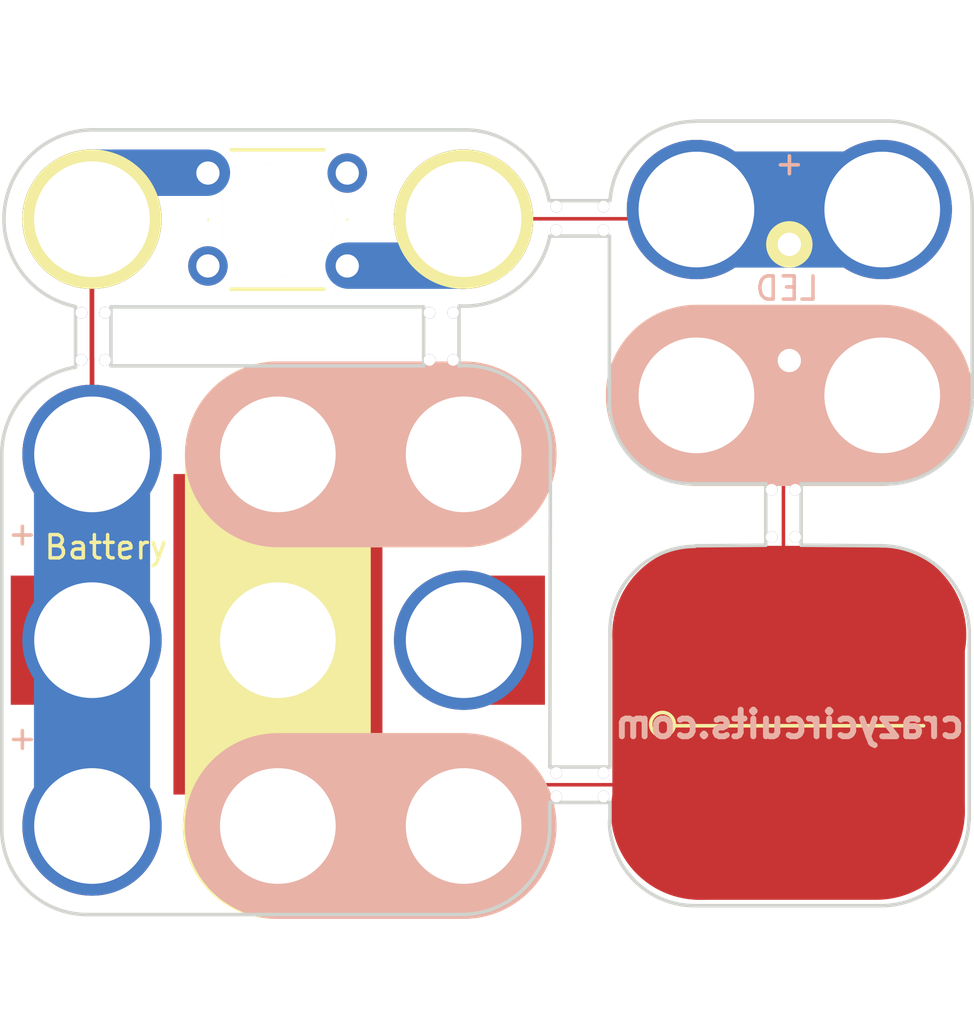
<source format=kicad_pcb>
(kicad_pcb (version 4) (host pcbnew 4.0.4+e1-6308~48~ubuntu16.04.1-stable)

  (general
    (links 15)
    (no_connects 11)
    (area 104.572999 74.854999 187.816048 124.1552)
    (thickness 1.6)
    (drawings 65)
    (tracks 22)
    (zones 0)
    (modules 9)
    (nets 4)
  )

  (page USLetter)
  (title_block
    (company "All Rights Reserved")
    (comment 1 help@browndoggadgets.com)
    (comment 2 http://www.browndoggadgets.com/)
    (comment 3 "Company: Brown Dog Gadgets")
  )

  (layers
    (0 F.Cu signal)
    (31 B.Cu signal)
    (34 B.Paste user)
    (35 F.Paste user)
    (36 B.SilkS user)
    (37 F.SilkS user)
    (38 B.Mask user)
    (39 F.Mask user)
    (44 Edge.Cuts user)
    (46 B.CrtYd user hide)
    (47 F.CrtYd user hide)
    (48 B.Fab user hide)
    (49 F.Fab user)
  )

  (setup
    (last_trace_width 0.1524)
    (user_trace_width 0.1524)
    (user_trace_width 0.2)
    (user_trace_width 0.254)
    (user_trace_width 0.3302)
    (user_trace_width 0.508)
    (user_trace_width 0.762)
    (user_trace_width 1.27)
    (trace_clearance 0.127)
    (zone_clearance 0.508)
    (zone_45_only no)
    (trace_min 0.1524)
    (segment_width 0.1524)
    (edge_width 0.1524)
    (via_size 0.6858)
    (via_drill 0.3302)
    (via_min_size 0.6858)
    (via_min_drill 0.3302)
    (user_via 0.6858 0.3302)
    (user_via 0.762 0.4064)
    (user_via 0.8636 0.508)
    (uvia_size 0.6858)
    (uvia_drill 0.3302)
    (uvias_allowed no)
    (uvia_min_size 0)
    (uvia_min_drill 0)
    (pcb_text_width 0.1524)
    (pcb_text_size 1.016 1.016)
    (mod_edge_width 0.1524)
    (mod_text_size 1.016 1.016)
    (mod_text_width 0.1524)
    (pad_size 1.524 1.524)
    (pad_drill 0.762)
    (pad_to_mask_clearance 0.0762)
    (solder_mask_min_width 0.1016)
    (pad_to_paste_clearance -0.0762)
    (aux_axis_origin 0 0)
    (visible_elements FFFFDF7D)
    (pcbplotparams
      (layerselection 0x310fc_80000001)
      (usegerberextensions true)
      (excludeedgelayer true)
      (linewidth 0.100000)
      (plotframeref false)
      (viasonmask false)
      (mode 1)
      (useauxorigin false)
      (hpglpennumber 1)
      (hpglpenspeed 20)
      (hpglpendiameter 15)
      (hpglpenoverlay 2)
      (psnegative false)
      (psa4output false)
      (plotreference true)
      (plotvalue true)
      (plotinvisibletext false)
      (padsonsilk false)
      (subtractmaskfromsilk false)
      (outputformat 1)
      (mirror false)
      (drillshape 0)
      (scaleselection 1)
      (outputdirectory gerbers))
  )

  (net 0 "")
  (net 1 GND)
  (net 2 "Net-(BT1-Pad+)")
  (net 3 "Net-(LED1-Pad+)")

  (net_class Default "This is the default net class."
    (clearance 0.127)
    (trace_width 0.1524)
    (via_dia 0.6858)
    (via_drill 0.3302)
    (uvia_dia 0.6858)
    (uvia_drill 0.3302)
    (add_net GND)
    (add_net "Net-(BT1-Pad+)")
    (add_net "Net-(LED1-Pad+)")
  )

  (module Rewire_Circuits:TAB-20MIL-2x2-SNAP (layer F.Cu) (tedit 582F3AD7) (tstamp 58228606)
    (at 149.352 94.488)
    (fp_text reference REF** (at 1.778 -4.318) (layer F.Fab) hide
      (effects (font (size 1 1) (thickness 0.15)))
    )
    (fp_text value TAB-20MIL-2x4-SNAP (at 0 -4.1) (layer F.Fab) hide
      (effects (font (size 1 1) (thickness 0.15)))
    )
    (fp_line (start -0.762 1.27) (end -0.762 -1.27) (layer F.Fab) (width 0.04064))
    (fp_line (start 0.762 1.27) (end 0.762 -1.27) (layer F.Fab) (width 0.04064))
    (pad 1 thru_hole circle (at -0.508 -1.016) (size 0.5 0.5) (drill 0.5) (layers *.Cu))
    (pad 1 thru_hole circle (at 0.508 -1.016) (size 0.5 0.5) (drill 0.5) (layers *.Cu))
    (pad 1 thru_hole circle (at 0.508 1.016) (size 0.5 0.5) (drill 0.5) (layers *.Cu))
    (pad 1 thru_hole circle (at -0.508 1.016) (size 0.5 0.5) (drill 0.5) (layers *.Cu))
  )

  (module Rewire_Circuits:TAB-20MIL-2x2-SNAP (layer F.Cu) (tedit 582F3AD7) (tstamp 58228613)
    (at 164.338 94.488)
    (fp_text reference REF** (at 1.778 -4.318) (layer F.Fab) hide
      (effects (font (size 1 1) (thickness 0.15)))
    )
    (fp_text value TAB-20MIL-2x4-SNAP (at 0 -4.1) (layer F.Fab) hide
      (effects (font (size 1 1) (thickness 0.15)))
    )
    (fp_line (start -0.762 1.27) (end -0.762 -1.27) (layer F.Fab) (width 0.04064))
    (fp_line (start 0.762 1.27) (end 0.762 -1.27) (layer F.Fab) (width 0.04064))
    (pad 1 thru_hole circle (at -0.508 -1.016) (size 0.5 0.5) (drill 0.5) (layers *.Cu))
    (pad 1 thru_hole circle (at 0.508 -1.016) (size 0.5 0.5) (drill 0.5) (layers *.Cu))
    (pad 1 thru_hole circle (at 0.508 1.016) (size 0.5 0.5) (drill 0.5) (layers *.Cu))
    (pad 1 thru_hole circle (at -0.508 1.016) (size 0.5 0.5) (drill 0.5) (layers *.Cu))
  )

  (module Rewire_Circuits:TAB-20MIL-2x2-SNAP (layer F.Cu) (tedit 582F3AD7) (tstamp 5822A4BE)
    (at 170.307 113.792 270)
    (fp_text reference REF** (at 1.778 -4.318 270) (layer F.Fab) hide
      (effects (font (size 1 1) (thickness 0.15)))
    )
    (fp_text value TAB-20MIL-2x4-SNAP (at 0 -4.1 270) (layer F.Fab) hide
      (effects (font (size 1 1) (thickness 0.15)))
    )
    (fp_line (start -0.762 1.27) (end -0.762 -1.27) (layer F.Fab) (width 0.04064))
    (fp_line (start 0.762 1.27) (end 0.762 -1.27) (layer F.Fab) (width 0.04064))
    (pad 1 thru_hole circle (at -0.508 -1.016 270) (size 0.5 0.5) (drill 0.5) (layers *.Cu))
    (pad 1 thru_hole circle (at 0.508 -1.016 270) (size 0.5 0.5) (drill 0.5) (layers *.Cu))
    (pad 1 thru_hole circle (at 0.508 1.016 270) (size 0.5 0.5) (drill 0.5) (layers *.Cu))
    (pad 1 thru_hole circle (at -0.508 1.016 270) (size 0.5 0.5) (drill 0.5) (layers *.Cu))
  )

  (module Rewire_Circuits:TAB-20MIL-2x2-SNAP (layer F.Cu) (tedit 582F3AD7) (tstamp 582286F7)
    (at 179.07 102.108 180)
    (fp_text reference REF** (at 1.778 -4.318 180) (layer F.Fab) hide
      (effects (font (size 1 1) (thickness 0.15)))
    )
    (fp_text value TAB-20MIL-2x4-SNAP (at 0 -4.1 180) (layer F.Fab) hide
      (effects (font (size 1 1) (thickness 0.15)))
    )
    (fp_line (start -0.762 1.27) (end -0.762 -1.27) (layer F.Fab) (width 0.04064))
    (fp_line (start 0.762 1.27) (end 0.762 -1.27) (layer F.Fab) (width 0.04064))
    (pad 1 thru_hole circle (at -0.508 -1.016 180) (size 0.5 0.5) (drill 0.5) (layers *.Cu))
    (pad 1 thru_hole circle (at 0.508 -1.016 180) (size 0.5 0.5) (drill 0.5) (layers *.Cu))
    (pad 1 thru_hole circle (at 0.508 1.016 180) (size 0.5 0.5) (drill 0.5) (layers *.Cu))
    (pad 1 thru_hole circle (at -0.508 1.016 180) (size 0.5 0.5) (drill 0.5) (layers *.Cu))
  )

  (module Rewire_Circuits:TAB-20MIL-2x2-SNAP (layer F.Cu) (tedit 582F3AD7) (tstamp 5822A480)
    (at 170.307 89.408 90)
    (fp_text reference REF** (at 1.778 -4.318 90) (layer F.Fab) hide
      (effects (font (size 1 1) (thickness 0.15)))
    )
    (fp_text value TAB-20MIL-2x2-SNAP (at 0 -4.1 90) (layer F.Fab) hide
      (effects (font (size 1 1) (thickness 0.15)))
    )
    (fp_line (start -0.762 1.27) (end -0.762 -1.27) (layer F.Fab) (width 0.04064))
    (fp_line (start 0.762 1.27) (end 0.762 -1.27) (layer F.Fab) (width 0.04064))
    (pad 1 thru_hole circle (at -0.508 -1.016 90) (size 0.5 0.5) (drill 0.5) (layers *.Cu))
    (pad 1 thru_hole circle (at 0.508 -1.016 90) (size 0.5 0.5) (drill 0.5) (layers *.Cu))
    (pad 1 thru_hole circle (at 0.508 1.016 90) (size 0.5 0.5) (drill 0.5) (layers *.Cu))
    (pad 1 thru_hole circle (at -0.508 1.016 90) (size 0.5 0.5) (drill 0.5) (layers *.Cu))
  )

  (module Rewire_Circuits:BUTTON-1x3-TH-OMRON-B3F-1XXX (layer F.Cu) (tedit 58124F3B) (tstamp 58123906)
    (at 149.297201 89.442401)
    (descr "BUTTON 1x3 TH OMRON B3F-1XXX")
    (tags "Omron B3F-10xx")
    (path /58123822)
    (fp_text reference SW1 (at 8.05 0.15) (layer F.Fab)
      (effects (font (size 1 1) (thickness 0.15)))
    )
    (fp_text value Pushbutton (at 7.55 -4.6 180) (layer F.Fab) hide
      (effects (font (size 1 1) (thickness 0.15)))
    )
    (fp_line (start 16 3.8) (end 0 3.8) (layer F.Fab) (width 0.05))
    (fp_line (start 0 -3.8) (end 16 -3.8) (layer F.Fab) (width 0.05))
    (fp_arc (start 0 0) (end 0 3.8) (angle 180) (layer F.Fab) (width 0.05))
    (fp_line (start 4.95 -2) (end 0 -2) (layer B.Cu) (width 2))
    (fp_line (start 5.9934 3.0142) (end 9.9934 3.0142) (layer F.SilkS) (width 0.15))
    (fp_line (start 5.9934 -2.9858) (end 9.9934 -2.9858) (layer F.SilkS) (width 0.15))
    (fp_line (start 4.9934 0.0142) (end 4.9934 0.0142) (layer F.SilkS) (width 0))
    (fp_line (start 9.9934 3.0142) (end 5.9934 3.0142) (layer F.SilkS) (width 0))
    (fp_line (start 9.9934 -2.9858) (end 5.9934 -2.9858) (layer F.SilkS) (width 0))
    (fp_line (start 10.9934 0.0142) (end 10.9934 0.0142) (layer F.SilkS) (width 0))
    (fp_circle (center 7.9934 0.0142) (end 8.9934 1.0142) (layer F.SilkS) (width 0))
    (fp_line (start 16 2) (end 11.05 2) (layer B.Cu) (width 2))
    (fp_arc (start 16 0) (end 16 -3.8) (angle 180) (layer F.Fab) (width 0.05))
    (pad 2 thru_hole circle (at 10.9934 2.0142) (size 1.7 1.7) (drill 1) (layers *.Cu *.Mask)
      (net 3 "Net-(LED1-Pad+)"))
    (pad 2 thru_hole circle (at 4.9934 2.0142) (size 1.7 1.7) (drill 1) (layers *.Cu *.Mask)
      (net 3 "Net-(LED1-Pad+)"))
    (pad 1 thru_hole circle (at 10.9934 -1.9858) (size 1.7 1.7) (drill 1) (layers *.Cu *.Mask)
      (net 2 "Net-(BT1-Pad+)"))
    (pad 1 thru_hole circle (at 4.9934 -1.9858) (size 1.7 1.7) (drill 1) (layers *.Cu *.Mask)
      (net 2 "Net-(BT1-Pad+)"))
    (pad "" np_thru_hole circle (at 8 0) (size 4.88 4.88) (drill 4.98) (layers *.Cu *.Mask F.SilkS))
    (pad 1 thru_hole circle (at 0 0) (size 6 6) (drill 4.98) (layers *.Cu *.Mask F.SilkS)
      (net 2 "Net-(BT1-Pad+)"))
    (pad 2 thru_hole circle (at 16 0) (size 6 6) (drill 4.98) (layers *.Cu *.Mask F.SilkS)
      (net 3 "Net-(LED1-Pad+)"))
  )

  (module Rewire_Circuits:CR2032-3x3-NO-ROTATE (layer F.Cu) (tedit 584E3091) (tstamp 581238F1)
    (at 165.3012 99.568 180)
    (path /5812380B)
    (fp_text reference BT1 (at 4 -8 270) (layer F.Fab) hide
      (effects (font (size 1 1) (thickness 0.15)))
    )
    (fp_text value Battery (at 15.4 -4 180) (layer F.SilkS)
      (effects (font (size 1 1) (thickness 0.15)))
    )
    (fp_text user %R (at 8 -8 180) (layer F.Fab)
      (effects (font (size 1 1) (thickness 0.15)))
    )
    (fp_line (start 0 3.8) (end 16 3.8) (layer F.Fab) (width 0.05))
    (fp_line (start -3.8 -16) (end -3.8 0) (layer F.Fab) (width 0.05))
    (fp_line (start 19.8 -16) (end 19.8 0) (layer F.Fab) (width 0.05))
    (fp_line (start 0 -19.8) (end 16 -19.8) (layer F.Fab) (width 0.05))
    (fp_arc (start 0 -16) (end -3.8 -16) (angle 90) (layer F.Fab) (width 0.05))
    (fp_arc (start 0 0) (end 0 3.8) (angle 90) (layer F.Fab) (width 0.05))
    (fp_arc (start 16 0) (end 19.8 0) (angle 90) (layer F.Fab) (width 0.05))
    (fp_arc (start 16 -16) (end 16 -19.8) (angle 90) (layer F.Fab) (width 0.05))
    (fp_line (start 0 0) (end 8 0) (layer B.SilkS) (width 8))
    (fp_line (start 8 0) (end 8 -16) (layer F.SilkS) (width 8))
    (fp_text user + (at 19 -3.4 180) (layer B.SilkS)
      (effects (font (size 1 1) (thickness 0.15)) (justify mirror))
    )
    (fp_line (start 8 -16) (end 0 -16) (layer B.Mask) (width 5))
    (fp_line (start 8 0) (end 8 -16) (layer B.Mask) (width 5))
    (fp_line (start 0 0) (end 8 0) (layer B.Mask) (width 5))
    (fp_line (start 8 -16) (end 8 0) (layer B.Cu) (width 5))
    (fp_line (start 0 -16) (end 8 -16) (layer B.Cu) (width 5))
    (fp_line (start 0 0) (end 8 0) (layer B.Cu) (width 5))
    (fp_line (start 16 0) (end 16 -16) (layer B.Cu) (width 5))
    (fp_text user + (at 19 -12.2 180) (layer F.SilkS)
      (effects (font (size 1 1) (thickness 0.15)))
    )
    (fp_line (start 16 -16) (end 16 0) (layer B.Mask) (width 5))
    (fp_line (start 0 -16) (end 8 -16) (layer B.SilkS) (width 8))
    (fp_line (start 0 0) (end 8 0) (layer F.SilkS) (width 8))
    (fp_text user + (at 19 -12.2 180) (layer B.SilkS)
      (effects (font (size 1 1) (thickness 0.15)) (justify mirror))
    )
    (fp_text user + (at 19 -3.4 180) (layer F.SilkS)
      (effects (font (size 1 1) (thickness 0.15)))
    )
    (fp_line (start 0.1 -16) (end 8.1 -16) (layer F.SilkS) (width 8))
    (pad GND thru_hole circle (at 8 -8 180) (size 6 6) (drill 4.98) (layers *.Cu *.Mask)
      (net 1 GND))
    (pad + thru_hole circle (at 0 -8 180) (size 6 6) (drill 4.98) (layers *.Cu)
      (net 2 "Net-(BT1-Pad+)"))
    (pad + thru_hole circle (at 16 -8 180) (size 6 6) (drill 4.98) (layers *.Cu B.Mask)
      (net 2 "Net-(BT1-Pad+)"))
    (pad + smd rect (at 18.2 -8 180) (size 2.6 5.56) (layers F.Cu F.Paste F.Mask)
      (net 2 "Net-(BT1-Pad+)"))
    (pad GND smd rect (at 7.996 -7.746 180) (size 9 13.8) (layers F.Cu F.Paste F.Mask)
      (net 1 GND))
    (pad + smd rect (at -2.2 -8 180) (size 2.6 5.56) (layers F.Cu F.Paste F.Mask)
      (net 2 "Net-(BT1-Pad+)"))
    (pad GND thru_hole circle (at 0 -16 180) (size 6 6) (drill 4.98) (layers *.Cu *.Mask)
      (net 1 GND))
    (pad GND thru_hole circle (at 8 -16 180) (size 6 6) (drill 4.98) (layers *.Cu *.Mask)
      (net 1 GND))
    (pad + thru_hole circle (at 16 -16 180) (size 6 6) (drill 4.98) (layers *.Cu B.Mask)
      (net 2 "Net-(BT1-Pad+)"))
    (pad GND thru_hole circle (at 0 0 180) (size 6 6) (drill 4.98) (layers *.Cu *.Mask)
      (net 1 GND))
    (pad GND thru_hole circle (at 8 0 180) (size 6 6) (drill 4.98) (layers *.Cu *.Mask)
      (net 1 GND))
    (pad + thru_hole circle (at 16 0 180) (size 6 6) (drill 4.98) (layers *.Cu B.Mask)
      (net 2 "Net-(BT1-Pad+)"))
  )

  (module Crazy_Circuits:LED-10MMD-5MMP-TH-2x2 (layer F.Cu) (tedit 582F5774) (tstamp 58635050)
    (at 175.3235 97.028)
    (descr "10mm LED 5mm pitch through hole center polarized")
    (fp_text reference LED (at 3.9 -4.6) (layer B.SilkS)
      (effects (font (size 1 1) (thickness 0.15)) (justify mirror))
    )
    (fp_text value Val** (at 4 -4) (layer F.Fab) hide
      (effects (font (size 1 1) (thickness 0.15)))
    )
    (fp_text user %R (at 3.99 -3.99) (layer F.Fab)
      (effects (font (size 1 1) (thickness 0.15)))
    )
    (fp_line (start 8 -8) (end 0 -8) (layer B.Mask) (width 5))
    (fp_line (start 0 0) (end 8 0) (layer F.SilkS) (width 7.8))
    (fp_text user + (at 4 -10) (layer F.SilkS)
      (effects (font (size 1 1) (thickness 0.15)))
    )
    (fp_text user + (at 4 -10) (layer B.SilkS)
      (effects (font (size 1 1) (thickness 0.15)) (justify mirror))
    )
    (fp_text user - (at 4 3) (layer F.SilkS)
      (effects (font (size 1 1) (thickness 0.15)))
    )
    (fp_line (start 8 -8) (end 0 -8) (layer B.Cu) (width 5))
    (fp_line (start 8 0) (end 0 0) (layer B.Mask) (width 5))
    (fp_line (start 8 0) (end 0 0) (layer B.Cu) (width 5))
    (fp_line (start 7.9 -11.8) (end 0.1 -11.8) (layer F.Fab) (width 0.04064))
    (fp_line (start 7.9 3.8) (end 0.1 3.8) (layer F.Fab) (width 0.04064))
    (fp_line (start 11.8 -0.1) (end 11.8 -7.9) (layer F.Fab) (width 0.04064))
    (fp_line (start -3.8 -0.1) (end -3.8 -7.9) (layer F.Fab) (width 0.04064))
    (fp_arc (start 7.9 -7.9) (end 7.9 -11.8) (angle 90) (layer F.Fab) (width 0.04064))
    (fp_arc (start 7.9 -0.1) (end 11.8 -0.1) (angle 90) (layer F.Fab) (width 0.04064))
    (fp_arc (start 0.1 -0.1) (end 0.1 3.8) (angle 90) (layer F.Fab) (width 0.04064))
    (fp_arc (start 0.1 -7.9) (end -3.8 -7.9) (angle 90) (layer F.Fab) (width 0.04064))
    (fp_line (start 0 0) (end 8 0) (layer B.SilkS) (width 7.8))
    (pad + thru_hole circle (at 4 -6.5) (size 2 2) (drill 1.00076) (layers *.Cu *.Mask F.SilkS))
    (pad - thru_hole circle (at 4 -1.5 270) (size 1.9 1.9) (drill 1.00076) (layers *.Cu *.Mask F.SilkS))
    (pad - thru_hole circle (at 0 0) (size 6 6) (drill 4.98) (layers *.Cu *.Mask))
    (pad + thru_hole circle (at 0 -8) (size 6 6) (drill 4.98) (layers *.Cu *.Mask))
    (pad + thru_hole circle (at 8 -8) (size 6 6) (drill 4.98) (layers *.Cu *.Mask))
    (pad - thru_hole circle (at 8 0) (size 6 6) (drill 4.98) (layers *.Cu *.Mask))
  )

  (module Crazy_Circuits:LOGO-CRAZY-2x2 (layer F.Cu) (tedit 58633627) (tstamp 586348EB)
    (at 179.324 111.252)
    (descr "LED 5mm round vertical")
    (tags "LED 5mm round vertical")
    (fp_text reference LOGO (at 0 0) (layer F.Fab)
      (effects (font (size 1 1) (thickness 0.15)))
    )
    (fp_text value Val** (at 0 0) (layer F.SilkS) hide
      (effects (font (thickness 0.15)))
    )
    (fp_text user crazycircuits.com (at 0 -0.0635) (layer B.SilkS)
      (effects (font (size 1.143 1.143) (thickness 0.254)) (justify mirror))
    )
    (fp_line (start 6.7945 -1.2065) (end 5.6515 -0.254) (layer F.Mask) (width 0.1524))
    (fp_line (start 5.461 -0.254) (end 6.7945 -1.2065) (layer F.Mask) (width 0.1524))
    (fp_line (start 6.4135 -1.0795) (end 5.461 -0.254) (layer F.Mask) (width 0.1524))
    (fp_line (start 5.334 -0.3175) (end 6.4135 -1.0795) (layer F.Mask) (width 0.1524))
    (fp_line (start 6.223 -1.016) (end 5.334 -0.3175) (layer F.Mask) (width 0.1524))
    (fp_line (start 5.08 -0.254) (end 6.223 -1.016) (layer F.Mask) (width 0.1524))
    (fp_line (start 5.9055 -0.889) (end 5.08 -0.254) (layer F.Mask) (width 0.1524))
    (fp_line (start 4.953 -0.3175) (end 5.9055 -0.889) (layer F.Mask) (width 0.1524))
    (fp_line (start 5.715 -0.889) (end 4.953 -0.3175) (layer F.Mask) (width 0.1524))
    (fp_line (start 4.953 -0.4445) (end 5.715 -0.889) (layer F.Mask) (width 0.1524))
    (fp_line (start 5.461 -0.889) (end 4.953 -0.4445) (layer F.Mask) (width 0.1524))
    (fp_line (start 4.8895 -0.5715) (end 5.461 -0.889) (layer F.Mask) (width 0.1524))
    (fp_line (start 5.461 -1.0795) (end 4.8895 -0.5715) (layer F.Mask) (width 0.1524))
    (fp_line (start 5.461 -1.2065) (end 4.826 -0.6985) (layer F.Mask) (width 0.1524))
    (fp_line (start 5.588 -1.397) (end 4.7625 -0.8255) (layer F.Mask) (width 0.1524))
    (fp_line (start 5.588 -1.524) (end 4.7625 -0.9525) (layer F.Mask) (width 0.1524))
    (fp_line (start 3.7465 -0.3175) (end 3.1115 -1.2065) (layer F.Mask) (width 0.254))
    (fp_line (start 5.6515 -0.1905) (end 3.683 -0.1905) (layer F.Mask) (width 0.1524))
    (fp_line (start 7.239 -1.3335) (end 5.6515 -0.1905) (layer F.Mask) (width 0.1524))
    (fp_line (start 5.461 -0.889) (end 7.239 -1.3335) (layer F.Mask) (width 0.1524))
    (fp_line (start 5.7785 -1.778) (end 5.461 -0.889) (layer F.Mask) (width 0.1524))
    (fp_line (start 4.699 -1.0795) (end 5.7785 -1.778) (layer F.Mask) (width 0.1524))
    (fp_line (start 3.8735 -2.54) (end 4.699 -1.016) (layer F.Mask) (width 0.1524))
    (fp_line (start 3.937 -1.143) (end 3.8735 -2.54) (layer F.Mask) (width 0.1524))
    (fp_line (start 2.8575 -1.397) (end 3.937 -1.143) (layer F.Mask) (width 0.1524))
    (fp_line (start 3.683 -0.1905) (end 2.8575 -1.397) (layer F.Mask) (width 0.1524))
    (fp_line (start -4.8895 0) (end 5.7785 0) (layer F.SilkS) (width 0.1524))
    (fp_circle (center -5.461 -0.0635) (end -5.12358 0.3175) (layer F.SilkS) (width 0.1524))
    (fp_text user CRAZY (at -1.3335 -1.524) (layer F.SilkS) hide
      (effects (font (thickness 0.381)))
    )
    (fp_line (start 3.9 -7.8) (end -3.9 -7.8) (layer F.Fab) (width 0.04064))
    (fp_line (start 3.9 7.8) (end -3.9 7.8) (layer F.Fab) (width 0.04064))
    (fp_line (start 7.8 3.9) (end 7.8 -3.9) (layer F.Fab) (width 0.04064))
    (fp_line (start -7.8 3.9) (end -7.8 -3.9) (layer F.Fab) (width 0.04064))
    (fp_arc (start 3.9 -3.9) (end 3.9 -7.8) (angle 90) (layer F.Fab) (width 0.04064))
    (fp_arc (start 3.9 3.9) (end 7.8 3.9) (angle 90) (layer F.Fab) (width 0.04064))
    (fp_arc (start -3.9 3.9) (end -3.9 7.8) (angle 90) (layer F.Fab) (width 0.04064))
    (fp_arc (start -3.9 -3.9) (end -7.8 -3.9) (angle 90) (layer F.Fab) (width 0.04064))
    (fp_text user CIRCUITS (at 0.9525 1.778) (layer F.SilkS) hide
      (effects (font (thickness 0.381)))
    )
    (fp_line (start 3.937 -0.3175) (end 3.302 -1.2065) (layer F.Mask) (width 0.254))
    (fp_line (start 4.1275 -0.3175) (end 3.556 -1.143) (layer F.Mask) (width 0.254))
    (fp_line (start 4.2545 -0.3175) (end 3.81 -1.0795) (layer F.Mask) (width 0.254))
    (fp_line (start 4.5085 -0.3175) (end 4.064 -1.143) (layer F.Mask) (width 0.254))
    (fp_line (start 4.699 -0.3175) (end 4.1275 -1.397) (layer F.Mask) (width 0.254))
    (fp_line (start 4.8895 -0.3175) (end 4.0005 -2.032) (layer F.Mask) (width 0.254))
    (fp_line (start 4.064 -1.3335) (end 4.0005 -2.159) (layer F.Mask) (width 0.254))
    (pad BG smd oval (at 0 -3.937) (size 15.24 7.62) (layers F.Cu))
    (pad BG smd oval (at -3.81 -0.127 90) (size 15.24 7.62) (layers F.Cu))
    (pad BG smd oval (at -0.0635 3.683 180) (size 15.24 7.62) (layers F.Cu))
    (pad BG smd oval (at 3.7465 -0.1905 270) (size 15.24 7.62) (layers F.Cu))
  )

  (gr_arc (start 175.130888 97.282) (end 175.130888 100.838) (angle 88.02506599) (layer Edge.Cuts) (width 0.1524))
  (gr_text CIRCUITS (at 179.959 112.649) (layer F.Mask) (tstamp 58632AD2)
    (effects (font (size 1.27 1.27) (thickness 0.3175)))
  )
  (gr_text CRAZY (at 177.4825 110.109) (layer F.Mask)
    (effects (font (size 1.27 1.27) (thickness 0.3175)))
  )
  (gr_line (start 171.6024 114.554) (end 171.6024 115.3668) (layer Edge.Cuts) (width 0.1524))
  (gr_arc (start 175.26 115.316) (end 175.26 118.999) (angle 89.2151803) (layer Edge.Cuts) (width 0.1524))
  (gr_text "Rewire Circuit Kit\n12/27/16" (at 185.6232 122.428) (layer F.Fab)
    (effects (font (size 1.016 1.016) (thickness 0.1524)) (justify right))
  )
  (gr_text "Assembly Information\nLegoLED-Button-Battery v1.3" (at 185.6232 81.6864) (layer F.Fab)
    (effects (font (size 1.016 1.016) (thickness 0.1524)) (justify right))
  )
  (gr_line (start 179.832 100.838) (end 180.848 100.838) (layer Edge.Cuts) (width 0.1524))
  (gr_line (start 169.0116 114.554) (end 169.0116 115.57) (layer Edge.Cuts) (width 0.1524))
  (gr_line (start 179.832 103.4796) (end 179.832 100.838) (layer Edge.Cuts) (width 0.1524))
  (gr_line (start 178.308 100.838) (end 178.308 103.4796) (layer Edge.Cuts) (width 0.1524))
  (gr_line (start 169.037 114.554) (end 171.577 114.554) (layer Edge.Cuts) (width 0.1524))
  (gr_line (start 171.5516 113.03) (end 169.0116 113.03) (layer Edge.Cuts) (width 0.1524))
  (gr_line (start 180.848 100.838) (end 183.515 100.838) (layer Edge.Cuts) (width 0.1524))
  (gr_line (start 165.1 93.218) (end 165.1 95.758) (layer Edge.Cuts) (width 0.1524))
  (gr_line (start 163.576 93.218) (end 163.576 95.758) (layer Edge.Cuts) (width 0.1524))
  (gr_line (start 150.114 93.218) (end 150.114 95.758) (layer Edge.Cuts) (width 0.1524))
  (gr_line (start 148.59 93.218) (end 148.59 95.758) (layer Edge.Cuts) (width 0.1524))
  (gr_line (start 169.0116 90.17) (end 171.577 90.17) (layer Edge.Cuts) (width 0.1524))
  (gr_line (start 169.0116 88.646) (end 171.577 88.646) (layer Edge.Cuts) (width 0.1524))
  (gr_arc (start 183.515 97.155) (end 187.198 97.282) (angle 88.02506599) (layer Edge.Cuts) (width 0.1524))
  (gr_line (start 175.133 100.838) (end 178.308 100.838) (layer Edge.Cuts) (width 0.1524))
  (gr_line (start 171.577 90.17) (end 171.577 97.282) (layer Edge.Cuts) (width 0.1524))
  (gr_line (start 187.198 88.9) (end 187.198 97.155) (layer Edge.Cuts) (width 0.1524))
  (gr_arc (start 183.515 88.9) (end 183.515 85.217) (angle 90) (layer Edge.Cuts) (width 0.1524))
  (gr_line (start 175.26 85.217) (end 183.515 85.217) (layer Edge.Cuts) (width 0.1524))
  (gr_arc (start 175.26 88.9) (end 171.6024 88.646) (angle 86.02750406) (layer Edge.Cuts) (width 0.1524))
  (gr_arc (start 149.225 99.568) (end 145.415 99.568) (angle 80.53767779) (layer Edge.Cuts) (width 0.1524))
  (gr_line (start 145.415 115.57) (end 145.415 99.568) (layer Edge.Cuts) (width 0.1524))
  (gr_arc (start 149.098 115.697) (end 149.098 119.38) (angle 92.48955292) (layer Edge.Cuts) (width 0.1524))
  (gr_line (start 165.1 119.38) (end 149.098 119.38) (layer Edge.Cuts) (width 0.1524))
  (gr_arc (start 165.2016 115.57) (end 169.0116 115.57) (angle 91.7899045) (layer Edge.Cuts) (width 0.1524))
  (gr_line (start 183.134 118.999) (end 175.26 118.999) (layer Edge.Cuts) (width 0.1524))
  (gr_arc (start 183.249402 115.190748) (end 187.059402 115.190748) (angle 91.73570459) (layer Edge.Cuts) (width 0.1524))
  (gr_line (start 187.071 107.188) (end 187.071 115.316) (layer Edge.Cuts) (width 0.1524))
  (gr_arc (start 183.263263 107.315) (end 183.263263 103.505) (angle 88.02506599) (layer Edge.Cuts) (width 0.1524))
  (gr_line (start 179.832 103.4796) (end 183.388 103.505) (layer Edge.Cuts) (width 0.1524))
  (gr_line (start 175.26 103.505) (end 178.308 103.4796) (layer Edge.Cuts) (width 0.1524))
  (gr_arc (start 175.26 107.188) (end 171.6024 107.1372) (angle 89.20427645) (layer Edge.Cuts) (width 0.1524))
  (gr_line (start 171.6024 113.03) (end 171.6024 107.0356) (layer Edge.Cuts) (width 0.1524))
  (gr_line (start 169.037 99.441) (end 169.0116 113.03) (layer Edge.Cuts) (width 0.1524))
  (gr_arc (start 165.377211 99.4156) (end 165.1 95.758) (angle 94.33418445) (layer Edge.Cuts) (width 0.1524))
  (gr_line (start 163.576 95.758) (end 150.114 95.758) (layer Edge.Cuts) (width 0.1524))
  (gr_line (start 150.114 93.218) (end 163.576 93.218) (layer Edge.Cuts) (width 0.1524))
  (gr_arc (start 149.351653 89.437599) (end 148.576311 93.200255) (angle 170.256088) (layer Edge.Cuts) (width 0.1524))
  (gr_line (start 165.354 85.598) (end 149.479 85.598) (layer Edge.Cuts) (width 0.1524))
  (gr_arc (start 165.354 89.4588) (end 169.0116 90.17) (angle 82.76048574) (layer Edge.Cuts) (width 0.1524))
  (gr_arc (start 165.354 89.281) (end 165.354 85.598) (angle 79.87534038) (layer Edge.Cuts) (width 0.1524))
  (gr_circle (center 117.348 76.962) (end 118.618 76.962) (layer Dwgs.User) (width 0.15))
  (gr_line (start 114.427 78.994) (end 114.427 74.93) (angle 90) (layer Dwgs.User) (width 0.15))
  (gr_line (start 120.269 78.994) (end 114.427 78.994) (angle 90) (layer Dwgs.User) (width 0.15))
  (gr_line (start 120.269 74.93) (end 120.269 78.994) (angle 90) (layer Dwgs.User) (width 0.15))
  (gr_line (start 114.427 74.93) (end 120.269 74.93) (angle 90) (layer Dwgs.User) (width 0.15))
  (gr_line (start 120.523 93.98) (end 104.648 93.98) (angle 90) (layer Dwgs.User) (width 0.15))
  (gr_line (start 173.355 102.235) (end 173.355 94.615) (angle 90) (layer Dwgs.User) (width 0.15))
  (gr_line (start 178.435 102.235) (end 173.355 102.235) (angle 90) (layer Dwgs.User) (width 0.15))
  (gr_line (start 178.435 94.615) (end 178.435 102.235) (angle 90) (layer Dwgs.User) (width 0.15))
  (gr_line (start 173.355 94.615) (end 178.435 94.615) (angle 90) (layer Dwgs.User) (width 0.15))
  (gr_line (start 109.093 123.19) (end 109.093 114.3) (angle 90) (layer Dwgs.User) (width 0.15))
  (gr_line (start 122.428 123.19) (end 109.093 123.19) (angle 90) (layer Dwgs.User) (width 0.15))
  (gr_line (start 122.428 114.3) (end 122.428 123.19) (angle 90) (layer Dwgs.User) (width 0.15))
  (gr_line (start 109.093 114.3) (end 122.428 114.3) (angle 90) (layer Dwgs.User) (width 0.15))
  (gr_line (start 104.648 93.98) (end 104.648 82.55) (angle 90) (layer Dwgs.User) (width 0.15))
  (gr_line (start 120.523 82.55) (end 120.523 93.98) (angle 90) (layer Dwgs.User) (width 0.15))
  (gr_line (start 104.648 82.55) (end 120.523 82.55) (angle 90) (layer Dwgs.User) (width 0.15))

  (segment (start 176.15 97.79) (end 179.07 97.79) (width 0.1524) (layer F.Cu) (net 1))
  (segment (start 168.3512 114.6556) (end 166.2136 114.6556) (width 0.1524) (layer F.Cu) (net 1))
  (segment (start 166.2136 114.6556) (end 165.3012 115.568) (width 0.1524) (layer F.Cu) (net 1))
  (segment (start 168.3512 113.792) (end 168.3512 114.6556) (width 0.1524) (layer F.Cu) (net 1))
  (segment (start 166.7216 114.1476) (end 165.3012 115.568) (width 0.1524) (layer F.Cu) (net 1))
  (segment (start 172.030201 113.792) (end 168.3512 113.792) (width 0.1524) (layer F.Cu) (net 1))
  (segment (start 179.07 97.79) (end 179.07 103.886) (width 0.1524) (layer F.Cu) (net 1))
  (segment (start 175.26 104.648) (end 173.99 105.918) (width 0.1524) (layer F.Cu) (net 1))
  (segment (start 179.07 103.886) (end 178.054 103.886) (width 0.1524) (layer F.Cu) (net 1))
  (segment (start 178.054 103.886) (end 177.292 104.648) (width 0.1524) (layer F.Cu) (net 1))
  (segment (start 177.292 104.648) (end 175.26 104.648) (width 0.1524) (layer F.Cu) (net 1))
  (segment (start 173.99 111.252) (end 172.030201 113.211799) (width 0.1524) (layer F.Cu) (net 1))
  (segment (start 173.99 105.918) (end 173.99 111.252) (width 0.1524) (layer F.Cu) (net 1))
  (segment (start 167.0772 113.792) (end 165.3012 115.568) (width 0.1524) (layer F.Cu) (net 1))
  (segment (start 172.030201 113.211799) (end 172.030201 113.792) (width 0.1524) (layer F.Cu) (net 1))
  (segment (start 165.3012 115.568) (end 166.006401 114.862799) (width 0.1524) (layer F.Cu) (net 1))
  (segment (start 149.297201 95.457199) (end 149.3012 95.461198) (width 0.1524) (layer F.Cu) (net 2))
  (segment (start 149.3012 95.461198) (end 149.3012 99.568) (width 0.2032) (layer F.Cu) (net 2))
  (segment (start 149.2806 89.4258) (end 149.297201 89.442401) (width 0.1524) (layer F.Cu) (net 2))
  (segment (start 149.297201 89.442401) (end 149.297201 95.457199) (width 0.2032) (layer F.Cu) (net 2))
  (segment (start 165.2806 89.4258) (end 174.9882 89.4258) (width 0.1524) (layer F.Cu) (net 3))
  (segment (start 174.9882 89.4258) (end 175.387 89.027) (width 0.1524) (layer F.Cu) (net 3))

)

</source>
